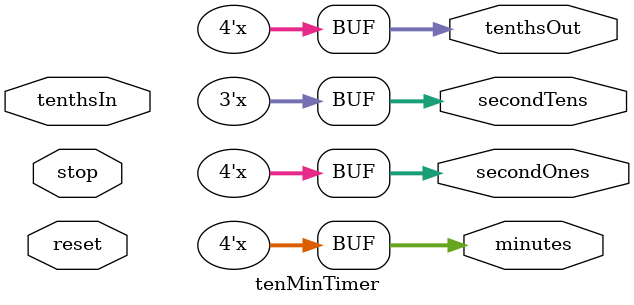
<source format=v>


module tenMinTimer(tenthsIn, stop, reset, minutes, secondTens, secondOnes, tenthsOut);
	input               reset;      //Active-Low timer reset
    input               stop;       //Active-High timer stop
    input      [3:0]    tenthsIn;

	output reg [3:0]    minutes = 4'b1111;
	output reg [2:0]    secondTens = 3'b111;
    output reg [3:0]    secondOnes = 4'b1111;
    output reg [3:0]    tenthsOut = 4'b1111;

    always @(negedge reset) begin
        minutes = 4'b0;
        secondTens = 3'b0;
        secondOnes = 4'b0;
        tenthsOut = 4'b0;
    end

    always @(tenthsIn) begin
        if(stop == 1'b0)
            tenthsOut <= tenthsOut + 4'b1;
    end

    always @(tenthsOut) begin
        if(tenthsOut >= 4'd10) begin
            secondOnes <= secondOnes + 4'b1;
            tenthsOut <= 4'b0;
        end
    end

    always @(secondOnes) begin
        if(secondOnes >= 4'd10) begin
            secondTens <= secondTens + 3'b1;
            secondOnes <= 4'b0;
        end
    end

    always @(secondTens) begin
        if(secondTens >= 3'd6) begin
            minutes <= minutes + 4'b1;
            secondTens <= 3'b0;
        end
    end

    always @(minutes) begin
        if(minutes >= 4'd10)
            minutes = 4'b0;
    end

endmodule
</source>
